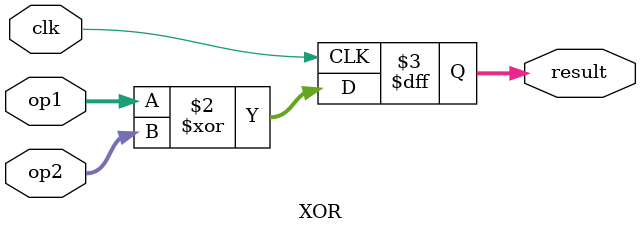
<source format=v>
module XOR(clk,op1,op2,result);
    input clk ;
    input [31:0] op1;
    input [31:0]op2;
    output integer result;

    always @(posedge clk)
    begin
            result = op1 ^ op2;
    end
endmodule
</source>
